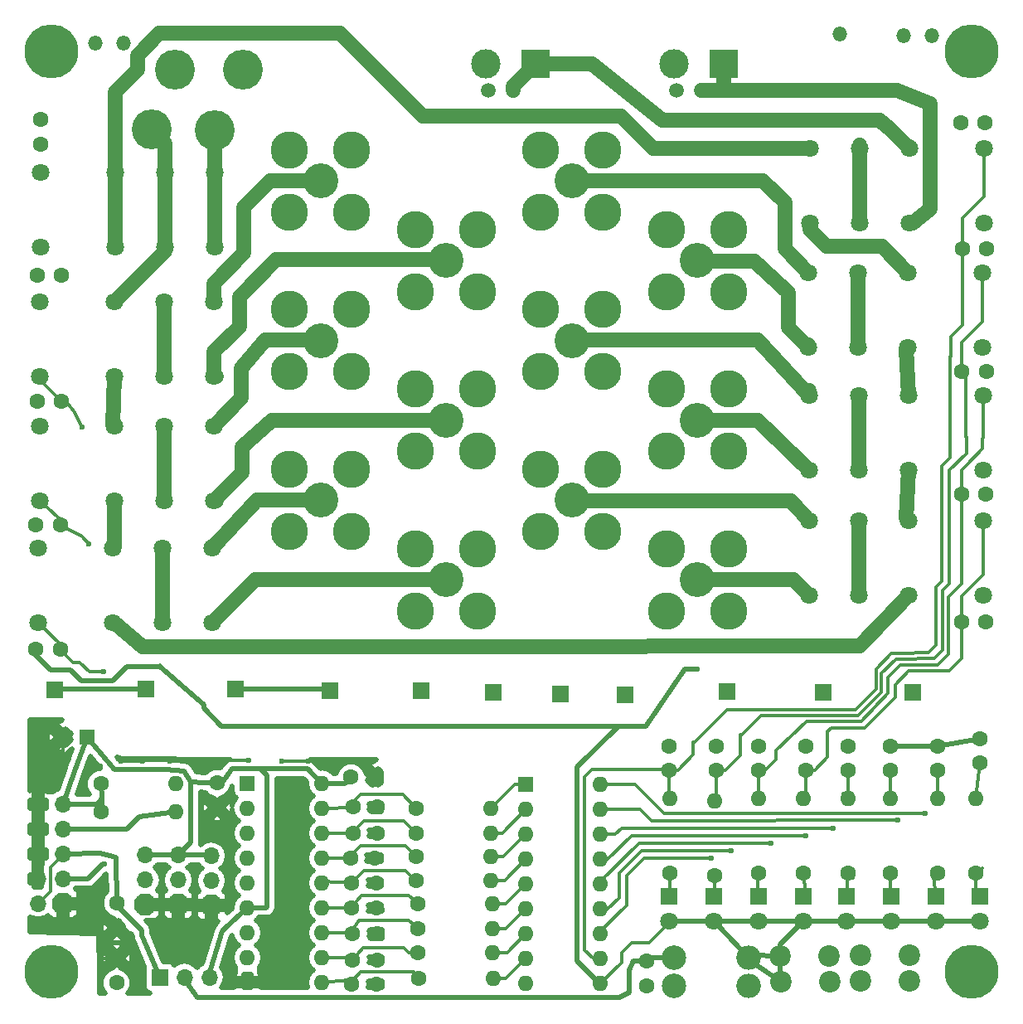
<source format=gbr>
G04 #@! TF.FileFunction,Copper,L2,Bot,Signal*
%FSLAX46Y46*%
G04 Gerber Fmt 4.6, Leading zero omitted, Abs format (unit mm)*
G04 Created by KiCad (PCBNEW 4.0.7) date 12/03/19 22:02:47*
%MOMM*%
%LPD*%
G01*
G04 APERTURE LIST*
%ADD10C,0.100000*%
%ADD11C,1.800000*%
%ADD12R,1.600000X1.600000*%
%ADD13O,1.600000X1.600000*%
%ADD14C,2.500000*%
%ADD15O,2.500000X2.500000*%
%ADD16R,1.800000X1.800000*%
%ADD17C,1.600000*%
%ADD18R,1.700000X1.700000*%
%ADD19O,1.700000X1.700000*%
%ADD20C,5.500000*%
%ADD21C,2.200000*%
%ADD22O,1.500000X1.500000*%
%ADD23C,3.810000*%
%ADD24C,3.556000*%
%ADD25C,4.064000*%
%ADD26C,1.500000*%
%ADD27R,3.000000X3.000000*%
%ADD28C,3.000000*%
%ADD29C,0.600000*%
%ADD30C,1.500000*%
%ADD31C,0.350000*%
%ADD32C,0.500000*%
%ADD33C,1.000000*%
G04 APERTURE END LIST*
D10*
D11*
X140556000Y-108575000D03*
X130396000Y-108575000D03*
X135476000Y-108575000D03*
X135476000Y-100975000D03*
X140556000Y-100975000D03*
X130396000Y-100975000D03*
X148176000Y-108575000D03*
X148176000Y-100975000D03*
X59316600Y-103743600D03*
X69476600Y-103743600D03*
X64396600Y-103743600D03*
X64396600Y-111343600D03*
X59316600Y-111343600D03*
X69476600Y-111343600D03*
X51696600Y-103743600D03*
X51696600Y-111343600D03*
X59519800Y-65402300D03*
X69679800Y-65402300D03*
X64599800Y-65402300D03*
X64599800Y-73002300D03*
X59519800Y-73002300D03*
X69679800Y-73002300D03*
X51899800Y-65402300D03*
X51899800Y-73002300D03*
D12*
X73025000Y-127762000D03*
D13*
X80645000Y-148082000D03*
X73025000Y-130302000D03*
X80645000Y-145542000D03*
X73025000Y-132842000D03*
X80645000Y-143002000D03*
X73025000Y-135382000D03*
X80645000Y-140462000D03*
X73025000Y-137922000D03*
X80645000Y-137922000D03*
X73025000Y-140462000D03*
X80645000Y-135382000D03*
X73025000Y-143002000D03*
X80645000Y-132842000D03*
X73025000Y-145542000D03*
X80645000Y-130302000D03*
X73025000Y-148082000D03*
X80645000Y-127762000D03*
D14*
X116586000Y-145542000D03*
D15*
X124206000Y-145542000D03*
D16*
X138811000Y-139319000D03*
D11*
X138811000Y-141859000D03*
D16*
X125222000Y-139319000D03*
D11*
X125222000Y-141859000D03*
D17*
X143510000Y-136906000D03*
D13*
X143510000Y-129286000D03*
D16*
X120650000Y-139319000D03*
D11*
X120650000Y-141859000D03*
D12*
X101473000Y-127889000D03*
D13*
X109093000Y-148209000D03*
X101473000Y-130429000D03*
X109093000Y-145669000D03*
X101473000Y-132969000D03*
X109093000Y-143129000D03*
X101473000Y-135509000D03*
X109093000Y-140589000D03*
X101473000Y-138049000D03*
X109093000Y-138049000D03*
X101473000Y-140589000D03*
X109093000Y-135509000D03*
X101473000Y-143129000D03*
X109093000Y-132969000D03*
X101473000Y-145669000D03*
X109093000Y-130429000D03*
X101473000Y-148209000D03*
X109093000Y-127889000D03*
D17*
X116078000Y-123952000D03*
X116078000Y-126452000D03*
X120904000Y-123952000D03*
X120904000Y-126452000D03*
X125222000Y-123952000D03*
X125222000Y-126452000D03*
X130048000Y-123952000D03*
X130048000Y-126452000D03*
X134366000Y-123952000D03*
X134366000Y-126452000D03*
X138684000Y-123952000D03*
X138684000Y-126452000D03*
X143510000Y-123952000D03*
X143510000Y-126452000D03*
X147828000Y-123190000D03*
X147828000Y-125690000D03*
X69926200Y-130225800D03*
X69926200Y-127725800D03*
D18*
X69342000Y-140258800D03*
D19*
X69342000Y-137718800D03*
X69342000Y-135178800D03*
D18*
X65963800Y-140182600D03*
D19*
X65963800Y-137642600D03*
X65963800Y-135102600D03*
D18*
X62611000Y-140182600D03*
D19*
X62611000Y-137642600D03*
X62611000Y-135102600D03*
D20*
X53000000Y-147000000D03*
X147002500Y-147002500D03*
D16*
X129794000Y-139319000D03*
D11*
X129794000Y-141859000D03*
D16*
X134239000Y-139319000D03*
D11*
X134239000Y-141859000D03*
D16*
X143383000Y-139319000D03*
D11*
X143383000Y-141859000D03*
D16*
X147828000Y-139319000D03*
D11*
X147828000Y-141859000D03*
D17*
X116141500Y-136969500D03*
D13*
X116141500Y-129349500D03*
D17*
X120777000Y-137160000D03*
D13*
X120777000Y-129540000D03*
D17*
X125222000Y-136906000D03*
D13*
X125222000Y-129286000D03*
D17*
X129794000Y-136906000D03*
D13*
X129794000Y-129286000D03*
D17*
X134366000Y-136906000D03*
D13*
X134366000Y-129286000D03*
D17*
X138684000Y-136906000D03*
D13*
X138684000Y-129286000D03*
D17*
X147447000Y-136906000D03*
D13*
X147447000Y-129286000D03*
D17*
X86106000Y-127152400D03*
X83606000Y-127152400D03*
D18*
X140970000Y-118491000D03*
X111569500Y-118745000D03*
X90805000Y-118300500D03*
X98107500Y-118491000D03*
X53340000Y-118237000D03*
X81470500Y-118300500D03*
X105029000Y-118681500D03*
X62674500Y-118173500D03*
X71818500Y-118173500D03*
X121983500Y-118364000D03*
X131826000Y-118491000D03*
D17*
X90297000Y-130302000D03*
D13*
X97917000Y-130302000D03*
D17*
X90297000Y-132842000D03*
D13*
X97917000Y-132842000D03*
D17*
X90297000Y-135255000D03*
D13*
X97917000Y-135255000D03*
D17*
X90297000Y-137668000D03*
D13*
X97917000Y-137668000D03*
D17*
X90424000Y-140081000D03*
D13*
X98044000Y-140081000D03*
D17*
X90424000Y-142621000D03*
D13*
X98044000Y-142621000D03*
D17*
X90424000Y-145034000D03*
D13*
X98044000Y-145034000D03*
D17*
X90551000Y-147701000D03*
D13*
X98171000Y-147701000D03*
D16*
X116078000Y-139319000D03*
D11*
X116078000Y-141859000D03*
D17*
X83820000Y-130175000D03*
X86320000Y-130175000D03*
X83820000Y-132842000D03*
X86320000Y-132842000D03*
X83566000Y-135382000D03*
X86066000Y-135382000D03*
X83693000Y-137922000D03*
X86193000Y-137922000D03*
X83693000Y-140525500D03*
X86193000Y-140525500D03*
X83756500Y-143129000D03*
X86256500Y-143129000D03*
X83756500Y-145796000D03*
X86256500Y-145796000D03*
X83693000Y-148272500D03*
X86193000Y-148272500D03*
D14*
X116586000Y-148463000D03*
D15*
X124206000Y-148463000D03*
D17*
X59664600Y-148132800D03*
X59664600Y-145632800D03*
X59690000Y-142494000D03*
X59690000Y-139994000D03*
D18*
X54203600Y-140035280D03*
D19*
X51663600Y-140035280D03*
X54203600Y-137495280D03*
X51663600Y-137495280D03*
X54203600Y-134955280D03*
X51663600Y-134955280D03*
X54203600Y-132415280D03*
X51663600Y-132415280D03*
X54203600Y-129875280D03*
X51663600Y-129875280D03*
D17*
X51536600Y-88760300D03*
X54036600Y-88760300D03*
X51435000Y-101358700D03*
X53935000Y-101358700D03*
X51435000Y-114084100D03*
X53935000Y-114084100D03*
X51536600Y-75907900D03*
X54036600Y-75907900D03*
X148463000Y-111252000D03*
X145963000Y-111252000D03*
X148437600Y-98221800D03*
X145937600Y-98221800D03*
X148503640Y-85719920D03*
X146003640Y-85719920D03*
X148551900Y-73202800D03*
X146051900Y-73202800D03*
D12*
X56657240Y-123027440D03*
D17*
X54157240Y-123027440D03*
D21*
X127508000Y-148005800D03*
X132508000Y-148005800D03*
X140665200Y-147980400D03*
X135665200Y-147980400D03*
D18*
X64068960Y-147579080D03*
D19*
X66608960Y-147579080D03*
X69148960Y-147579080D03*
D17*
X113792000Y-148437600D03*
X113792000Y-145937600D03*
D21*
X127467360Y-145409920D03*
X132467360Y-145409920D03*
X140655040Y-145348960D03*
X135655040Y-145348960D03*
D20*
X147000000Y-53000000D03*
D22*
X133543040Y-51244500D03*
X142951200Y-51460400D03*
X140068300Y-51396900D03*
X57492900Y-52197000D03*
X60363100Y-52222400D03*
D20*
X53000000Y-53000000D03*
D23*
X122175000Y-71225000D03*
D24*
X119000000Y-74400000D03*
D23*
X122175000Y-77575000D03*
X115825000Y-71225000D03*
X115825000Y-77575000D03*
X109341660Y-63075000D03*
D24*
X106166660Y-66250000D03*
D23*
X109341660Y-69425000D03*
X102991660Y-63075000D03*
X102991660Y-69425000D03*
X122175000Y-87525000D03*
D24*
X119000000Y-90700000D03*
D23*
X122175000Y-93875000D03*
X115825000Y-87525000D03*
X115825000Y-93875000D03*
X102991660Y-79375000D03*
D24*
X106166660Y-82550000D03*
D23*
X109341660Y-79375000D03*
X102991660Y-85725000D03*
X109341660Y-85725000D03*
X115825000Y-110175000D03*
D24*
X119000000Y-107000000D03*
D23*
X115825000Y-103825000D03*
X122175000Y-110175000D03*
X122175000Y-103825000D03*
X102991600Y-102025000D03*
D24*
X106166600Y-98850000D03*
D23*
X102991600Y-95675000D03*
X109341600Y-102025000D03*
X109341600Y-95675000D03*
X77325000Y-102015000D03*
D24*
X80500000Y-98840000D03*
D23*
X77325000Y-95665000D03*
X83675000Y-102015000D03*
X83675000Y-95665000D03*
X96508300Y-110175000D03*
D24*
X93333300Y-107000000D03*
D23*
X90158300Y-110175000D03*
X96508300Y-103825000D03*
X90158300Y-103825000D03*
X77325000Y-79375000D03*
D24*
X80500000Y-82550000D03*
D23*
X83675000Y-79375000D03*
X77325000Y-85725000D03*
X83675000Y-85725000D03*
X90158300Y-87525000D03*
D24*
X93333300Y-90700000D03*
D23*
X96508300Y-87525000D03*
X90158300Y-93875000D03*
X96508300Y-93875000D03*
X77325000Y-69425000D03*
D24*
X80500000Y-66250000D03*
D23*
X77325000Y-63075000D03*
X83675000Y-69425000D03*
X83675000Y-63075000D03*
X96508300Y-71225000D03*
D24*
X93333300Y-74400000D03*
D23*
X96508300Y-77575000D03*
X90158300Y-71225000D03*
X90158300Y-77575000D03*
D11*
X140657600Y-70576600D03*
X130497600Y-70576600D03*
X135577600Y-70576600D03*
X135577600Y-62976600D03*
X140657600Y-62976600D03*
X130497600Y-62976600D03*
X148277600Y-70576600D03*
X148277600Y-62976600D03*
X140495040Y-83235960D03*
X130335040Y-83235960D03*
X135415040Y-83235960D03*
X135415040Y-75635960D03*
X140495040Y-75635960D03*
X130335040Y-75635960D03*
X148115040Y-83235960D03*
X148115040Y-75635960D03*
X140550920Y-95778480D03*
X130390920Y-95778480D03*
X135470920Y-95778480D03*
X135470920Y-88178480D03*
X140550920Y-88178480D03*
X130390920Y-88178480D03*
X148170920Y-95778480D03*
X148170920Y-88178480D03*
X59405500Y-91323000D03*
X69565500Y-91323000D03*
X64485500Y-91323000D03*
X64485500Y-98923000D03*
X59405500Y-98923000D03*
X69565500Y-98923000D03*
X51785500Y-91323000D03*
X51785500Y-98923000D03*
X59469000Y-78610300D03*
X69629000Y-78610300D03*
X64549000Y-78610300D03*
X64549000Y-86210300D03*
X59469000Y-86210300D03*
X69629000Y-86210300D03*
X51849000Y-78610300D03*
X51849000Y-86210300D03*
D25*
X63258700Y-61023500D03*
X69684900Y-61074300D03*
X72529700Y-54876700D03*
D17*
X58059320Y-127825500D03*
D13*
X65679320Y-127825500D03*
D17*
X58087260Y-130647440D03*
D13*
X65707260Y-130647440D03*
D25*
X65608200Y-54927500D03*
D26*
X119395240Y-57010340D03*
X116855240Y-57010340D03*
D27*
X121681240Y-54282340D03*
D28*
X116601240Y-54282340D03*
D26*
X100192840Y-57010340D03*
X97652840Y-57010340D03*
D27*
X102478840Y-54282340D03*
D28*
X97398840Y-54282340D03*
D17*
X148350000Y-60300000D03*
X145850000Y-60300000D03*
X51900000Y-60000000D03*
X51900000Y-62500000D03*
D29*
X58039000Y-145351500D03*
X57404000Y-142938500D03*
X55562500Y-142240000D03*
X51689000Y-125984000D03*
X51689000Y-123698000D03*
X76136500Y-147510500D03*
X76136500Y-143954500D03*
X76263500Y-141351000D03*
X76200000Y-138112500D03*
X76327000Y-135445500D03*
X76454000Y-132715000D03*
X76644500Y-130365500D03*
X76771500Y-128206500D03*
X79248000Y-125476000D03*
X76581000Y-125476000D03*
X73152000Y-125412500D03*
X70675500Y-125476000D03*
X67818000Y-125539500D03*
X65151000Y-125539500D03*
X62357000Y-125476000D03*
X60134500Y-125539500D03*
X57975500Y-126047500D03*
X56959500Y-125730000D03*
X54800500Y-125222000D03*
X120396000Y-135382000D03*
X122428000Y-134620000D03*
X126492000Y-133858000D03*
X58331100Y-116395500D03*
X130048000Y-133096000D03*
X56819800Y-103365300D03*
X132842000Y-132334000D03*
X56159400Y-91401900D03*
X139460000Y-131550000D03*
X142240000Y-130810000D03*
X118973600Y-116116100D03*
X58394600Y-136004300D03*
D30*
X119111760Y-74447040D02*
X124772060Y-74447040D01*
X128295400Y-81196320D02*
X130335040Y-83235960D01*
X128295400Y-77635100D02*
X128295400Y-81196320D01*
X124772060Y-74447040D02*
X128295400Y-77635100D01*
X130335040Y-83022460D02*
X130335040Y-83235960D01*
X106166660Y-66250000D02*
X125686000Y-66250000D01*
X127914400Y-73215320D02*
X130335040Y-75635960D01*
X127914400Y-68478400D02*
X127914400Y-73215320D01*
X125686000Y-66250000D02*
X127914400Y-68478400D01*
X119000000Y-90667640D02*
X125112440Y-90667640D01*
X125112440Y-90667640D02*
X130390920Y-95778480D01*
X106390180Y-82470600D02*
X125185960Y-82470600D01*
X125185960Y-82470600D02*
X130390920Y-88178480D01*
X130390920Y-87627480D02*
X130390920Y-88178480D01*
X119000000Y-107000000D02*
X128821000Y-107000000D01*
X128821000Y-107000000D02*
X130396000Y-108575000D01*
X106054840Y-98914720D02*
X128559240Y-98914720D01*
X128559240Y-98914720D02*
X130396000Y-100975000D01*
X80555880Y-98858840D02*
X74026080Y-98858840D01*
X74026080Y-98858840D02*
X69476600Y-103743600D01*
X69476600Y-103743600D02*
X69547900Y-103743600D01*
X69476600Y-103743600D02*
X69476600Y-103599000D01*
X93333300Y-107000000D02*
X73820200Y-107000000D01*
X73820200Y-107000000D02*
X69476600Y-111343600D01*
D31*
X58320300Y-145632800D02*
X59664600Y-145632800D01*
X58039000Y-145351500D02*
X58320300Y-145632800D01*
X56261000Y-142938500D02*
X57404000Y-142938500D01*
X55562500Y-142240000D02*
X56261000Y-142938500D01*
X51689000Y-123698000D02*
X51689000Y-125984000D01*
X76517500Y-147129500D02*
X76136500Y-147510500D01*
X76517500Y-144335500D02*
X76517500Y-147129500D01*
X76136500Y-143954500D02*
X76517500Y-144335500D01*
X76263500Y-138176000D02*
X76263500Y-141351000D01*
X76200000Y-138112500D02*
X76263500Y-138176000D01*
X76327000Y-132842000D02*
X76327000Y-135445500D01*
X76454000Y-132715000D02*
X76327000Y-132842000D01*
X76644500Y-128333500D02*
X76644500Y-130365500D01*
X76771500Y-128206500D02*
X76644500Y-128333500D01*
X54157240Y-123027440D02*
X54157240Y-124578740D01*
X76581000Y-125476000D02*
X79248000Y-125476000D01*
X70739000Y-125412500D02*
X73152000Y-125412500D01*
X70675500Y-125476000D02*
X70739000Y-125412500D01*
X65151000Y-125539500D02*
X67818000Y-125539500D01*
X60198000Y-125476000D02*
X62357000Y-125476000D01*
X60134500Y-125539500D02*
X60198000Y-125476000D01*
X57277000Y-126047500D02*
X57975500Y-126047500D01*
X56959500Y-125730000D02*
X57277000Y-126047500D01*
X54157240Y-124578740D02*
X54800500Y-125222000D01*
X118566264Y-123520432D02*
X118732068Y-123520432D01*
X137236200Y-116078000D02*
X138772900Y-114541300D01*
X137236200Y-118160800D02*
X137236200Y-116078000D01*
X135131902Y-120265098D02*
X137236200Y-118160800D01*
X121987402Y-120265098D02*
X135131902Y-120265098D01*
X118732068Y-123520432D02*
X121987402Y-120265098D01*
X143910050Y-95396050D02*
X143910050Y-107168950D01*
X139614393Y-114503200D02*
X139614393Y-114503199D01*
X142621000Y-114427000D02*
X139614393Y-114503200D01*
X143383000Y-113665000D02*
X142621000Y-114427000D01*
X143383000Y-107696000D02*
X143383000Y-113665000D01*
X143910050Y-107168950D02*
X143383000Y-107696000D01*
X144818100Y-94488000D02*
X144818100Y-92964000D01*
X143910050Y-95396050D02*
X144818100Y-94488000D01*
X144818100Y-84201000D02*
X144856200Y-84201000D01*
X144856200Y-84201000D02*
X144856200Y-82143600D01*
X144856200Y-82143600D02*
X146051900Y-80947900D01*
X146051900Y-80947900D02*
X146051900Y-73202800D01*
X144818100Y-92964000D02*
X144818100Y-84201000D01*
X146051900Y-73202800D02*
X146051900Y-70051300D01*
X146051900Y-70051300D02*
X148277600Y-67825600D01*
X148277600Y-67825600D02*
X148277600Y-62976600D01*
X148277600Y-62976600D02*
X148623500Y-62976600D01*
X138772900Y-114541300D02*
X139585700Y-114541300D01*
X139585700Y-114541300D02*
X139614393Y-114503199D01*
X116078000Y-126452000D02*
X116981600Y-126452000D01*
X118567200Y-124866400D02*
X118566264Y-123520432D01*
X116981600Y-126452000D02*
X118567200Y-124866400D01*
X109093000Y-145669000D02*
X108369100Y-145669000D01*
X108369100Y-145669000D02*
X107480100Y-144780000D01*
X108242100Y-126377700D02*
X116003700Y-126377700D01*
X107480100Y-127139700D02*
X108242100Y-126377700D01*
X107480100Y-144780000D02*
X107480100Y-127139700D01*
X116003700Y-126377700D02*
X116078000Y-126452000D01*
X116078000Y-126452000D02*
X116078000Y-129286000D01*
X116078000Y-129286000D02*
X116141500Y-129349500D01*
X123393200Y-122796300D02*
X123545600Y-122796300D01*
X137795000Y-116560600D02*
X139255140Y-115100460D01*
X137795000Y-118465600D02*
X137795000Y-116560600D01*
X135394700Y-120815100D02*
X137795000Y-118465600D01*
X125476000Y-120815100D02*
X135394700Y-120815100D01*
X123545600Y-122796300D02*
X125476000Y-120815100D01*
X144701260Y-95806260D02*
X144701260Y-107393740D01*
X143167100Y-115023900D02*
X139649200Y-115100100D01*
X144018000Y-114173000D02*
X143167100Y-115023900D01*
X144018000Y-108077000D02*
X144018000Y-114173000D01*
X144701260Y-107393740D02*
X144018000Y-108077000D01*
X146446240Y-92395040D02*
X146418300Y-92395040D01*
X146446240Y-94061280D02*
X146446240Y-92395040D01*
X144701260Y-95806260D02*
X146446240Y-94061280D01*
X146418300Y-92395040D02*
X146418300Y-86134580D01*
X146418300Y-86134580D02*
X146003640Y-85719920D01*
X146003640Y-85719920D02*
X146003640Y-82743680D01*
X148115040Y-80632280D02*
X148115040Y-75635960D01*
X146003640Y-82743680D02*
X148115040Y-80632280D01*
X121833000Y-126452000D02*
X123393200Y-124891800D01*
X123393200Y-124891800D02*
X123393200Y-122796300D01*
X120904000Y-126452000D02*
X121833000Y-126452000D01*
X139255140Y-115100460D02*
X139649200Y-115100100D01*
X109093000Y-143129000D02*
X109093000Y-142875000D01*
X109093000Y-142875000D02*
X111760000Y-140208000D01*
X111760000Y-140208000D02*
X111760000Y-137160000D01*
X111760000Y-137160000D02*
X113538000Y-135382000D01*
X113538000Y-135382000D02*
X120396000Y-135382000D01*
X120904000Y-126452000D02*
X120904000Y-129413000D01*
X120904000Y-129413000D02*
X120777000Y-129540000D01*
X127019026Y-124446634D02*
X127019026Y-124415574D01*
X138468100Y-116979700D02*
X139738100Y-115709700D01*
X138468100Y-118605300D02*
X138468100Y-116979700D01*
X135750300Y-121462800D02*
X138468100Y-118605300D01*
X130111500Y-121462800D02*
X135750300Y-121462800D01*
X127019026Y-124415574D02*
X130111500Y-121462800D01*
X140335000Y-115709700D02*
X143497300Y-115709700D01*
X145937600Y-107427400D02*
X145937600Y-98221800D01*
X144653000Y-108712000D02*
X145937600Y-107427400D01*
X144653000Y-114554000D02*
X144653000Y-108712000D01*
X143497300Y-115709700D02*
X144653000Y-114554000D01*
X146456400Y-95250000D02*
X148112480Y-93593920D01*
X148170920Y-92506780D02*
X148170920Y-88178480D01*
X145937600Y-95768800D02*
X146456400Y-95250000D01*
X145937600Y-98221800D02*
X145937600Y-95768800D01*
X148112480Y-93593920D02*
X148112480Y-92565220D01*
X148112480Y-92565220D02*
X148170920Y-92506780D01*
X148170920Y-88178480D02*
X148948620Y-88178480D01*
X139738100Y-115709700D02*
X140335000Y-115709700D01*
X127025400Y-125298200D02*
X127019026Y-124446634D01*
X125871600Y-126452000D02*
X127025400Y-125298200D01*
X125222000Y-126452000D02*
X125871600Y-126452000D01*
X109093000Y-140589000D02*
X109855000Y-140589000D01*
X109855000Y-140589000D02*
X110998000Y-139446000D01*
X113284000Y-134620000D02*
X122428000Y-134620000D01*
X110998000Y-136906000D02*
X113284000Y-134620000D01*
X110998000Y-139446000D02*
X110998000Y-136906000D01*
X125222000Y-126452000D02*
X125222000Y-129286000D01*
X109093000Y-140589000D02*
X109093000Y-140081000D01*
X132651500Y-122085100D02*
X136105900Y-122085100D01*
X139192000Y-117688452D02*
X140592902Y-116287550D01*
X139192000Y-118999000D02*
X139192000Y-117688452D01*
X136105900Y-122085100D02*
X139192000Y-118999000D01*
X140592902Y-116287550D02*
X140592902Y-116259702D01*
X140592902Y-116259702D02*
X140592902Y-116287550D01*
X140592902Y-116287550D02*
X144697450Y-116287550D01*
X145963000Y-115022000D02*
X145963000Y-111252000D01*
X144697450Y-116287550D02*
X145963000Y-115022000D01*
X145963000Y-111252000D02*
X145963000Y-108672000D01*
X148176000Y-104681000D02*
X148176000Y-100975000D01*
X145963000Y-108672000D02*
X148176000Y-106459000D01*
X148176000Y-106459000D02*
X148176000Y-104681000D01*
X148176000Y-100975000D02*
X148356800Y-100975000D01*
X130048000Y-126452000D02*
X130951600Y-126452000D01*
X132283200Y-122453400D02*
X132651500Y-122085100D01*
X132283200Y-125120400D02*
X132283200Y-122453400D01*
X130951600Y-126452000D02*
X132283200Y-125120400D01*
X130048000Y-126452000D02*
X130786500Y-126452000D01*
X109093000Y-138049000D02*
X109093000Y-137795000D01*
X109093000Y-137795000D02*
X113030000Y-133858000D01*
X113030000Y-133858000D02*
X126492000Y-133858000D01*
X130048000Y-126452000D02*
X130048000Y-129032000D01*
X130048000Y-129032000D02*
X129794000Y-129286000D01*
X53935000Y-114084100D02*
X53935000Y-113582000D01*
X53935000Y-113582000D02*
X51696600Y-111343600D01*
X53935000Y-114084100D02*
X53935000Y-114183800D01*
X53935000Y-114183800D02*
X55181500Y-115430300D01*
X55181500Y-115430300D02*
X55930800Y-115430300D01*
X55930800Y-115430300D02*
X56896000Y-116395500D01*
X56896000Y-116395500D02*
X58331100Y-116395500D01*
X109093000Y-135509000D02*
X109855000Y-135509000D01*
X109855000Y-135509000D02*
X112268000Y-133096000D01*
X112268000Y-133096000D02*
X130048000Y-133096000D01*
X134366000Y-126452000D02*
X134366000Y-129286000D01*
X133858000Y-128778000D02*
X134366000Y-129286000D01*
X56819800Y-103365300D02*
X56184800Y-102590600D01*
X56184800Y-102590600D02*
X54229000Y-101523800D01*
X51785500Y-98923000D02*
X54465200Y-101287600D01*
X54465200Y-101287600D02*
X54229000Y-101523800D01*
X109093000Y-132969000D02*
X110617000Y-132969000D01*
X111252000Y-132334000D02*
X132842000Y-132334000D01*
X110617000Y-132969000D02*
X111252000Y-132334000D01*
X138684000Y-129286000D02*
X138684000Y-126452000D01*
X51849000Y-86210300D02*
X51849000Y-86572700D01*
X51849000Y-86572700D02*
X54036600Y-88760300D01*
X56159400Y-91401900D02*
X55321200Y-89776300D01*
X54711600Y-88988900D02*
X54036600Y-88760300D01*
X55321200Y-89776300D02*
X54711600Y-88988900D01*
X109093000Y-130429000D02*
X113157000Y-130429000D01*
X114300000Y-131572000D02*
X139460000Y-131550000D01*
X113157000Y-130429000D02*
X114300000Y-131572000D01*
X143510000Y-126452000D02*
X143510000Y-129286000D01*
X109093000Y-127889000D02*
X112649000Y-127889000D01*
X112649000Y-127889000D02*
X115570000Y-130810000D01*
X115570000Y-130810000D02*
X142240000Y-130810000D01*
X147828000Y-125690000D02*
X147447000Y-129286000D01*
D32*
X54203600Y-129875280D02*
X57665620Y-129875280D01*
X57665620Y-129875280D02*
X58216800Y-129324100D01*
X58059320Y-127825500D02*
X58216800Y-129324100D01*
X58216800Y-129324100D02*
X58112660Y-130622040D01*
X58112660Y-130622040D02*
X58087260Y-130647440D01*
D31*
X54203600Y-129875280D02*
X54020720Y-129875280D01*
D32*
X73025000Y-140462000D02*
X74955400Y-140462000D01*
X75046840Y-126959360D02*
X74350880Y-126263400D01*
X75046840Y-140370560D02*
X75046840Y-126959360D01*
X74955400Y-140462000D02*
X75046840Y-140370560D01*
X69148960Y-147579080D02*
X69047360Y-147579080D01*
X69047360Y-147579080D02*
X70469760Y-142890240D01*
X70469760Y-142890240D02*
X70774560Y-142565120D01*
X70774560Y-142565120D02*
X73025000Y-140462000D01*
X65963800Y-135102600D02*
X62611000Y-135102600D01*
X65963800Y-135102600D02*
X69265800Y-135102600D01*
X69265800Y-135102600D02*
X69342000Y-135178800D01*
X67259200Y-130378200D02*
X67259200Y-133807200D01*
X67259200Y-133807200D02*
X65963800Y-135102600D01*
X67259200Y-127609600D02*
X66548000Y-126492000D01*
X59410600Y-126352300D02*
X56657240Y-123027440D01*
X64719200Y-126352300D02*
X59410600Y-126352300D01*
X66548000Y-126492000D02*
X64719200Y-126352300D01*
X69926200Y-127725800D02*
X70445000Y-127725800D01*
X70445000Y-127725800D02*
X71501000Y-126263400D01*
X71501000Y-126263400D02*
X74350880Y-126263400D01*
X79146400Y-126263400D02*
X80645000Y-127762000D01*
X74350880Y-126263400D02*
X79146400Y-126263400D01*
X67259200Y-127609600D02*
X67208400Y-130327400D01*
X67208400Y-130327400D02*
X67259200Y-130378200D01*
X67259200Y-127609600D02*
X69864600Y-127787400D01*
X69864600Y-127787400D02*
X69926200Y-127725800D01*
X80645000Y-127762000D02*
X82996400Y-127762000D01*
X82996400Y-127762000D02*
X83606000Y-127152400D01*
X54203600Y-129875280D02*
X55372000Y-126492000D01*
X55372000Y-126492000D02*
X56769000Y-122875040D01*
D33*
X56769000Y-122875040D02*
X56769000Y-123129040D01*
D31*
X72390000Y-135382000D02*
X73025000Y-135382000D01*
X72898000Y-132842000D02*
X73025000Y-132842000D01*
X116141500Y-136969500D02*
X116141500Y-139255500D01*
X116141500Y-139255500D02*
X116078000Y-139319000D01*
X120777000Y-137160000D02*
X120777000Y-139192000D01*
X120777000Y-139192000D02*
X120650000Y-139319000D01*
X125222000Y-136906000D02*
X125095000Y-139192000D01*
X125095000Y-139192000D02*
X125222000Y-139319000D01*
X129794000Y-136906000D02*
X130048000Y-139065000D01*
X130048000Y-139065000D02*
X129794000Y-139319000D01*
X130144520Y-137256520D02*
X129794000Y-136906000D01*
X134239000Y-139319000D02*
X134366000Y-136906000D01*
X134879080Y-137419080D02*
X134366000Y-136906000D01*
X138684000Y-136906000D02*
X138684000Y-139192000D01*
X138684000Y-139192000D02*
X138811000Y-139319000D01*
X143383000Y-139319000D02*
X143129000Y-137287000D01*
X143129000Y-137287000D02*
X143510000Y-136906000D01*
X147447000Y-136906000D02*
X147447000Y-138938000D01*
X147447000Y-138938000D02*
X147828000Y-139319000D01*
X148463000Y-138684000D02*
X147828000Y-139319000D01*
X147929600Y-136601200D02*
X148082000Y-136448800D01*
D32*
X104838500Y-118491000D02*
X105029000Y-118681500D01*
X97917000Y-118300500D02*
X98107500Y-118491000D01*
X53403500Y-118173500D02*
X53340000Y-118237000D01*
X62674500Y-118173500D02*
X53403500Y-118173500D01*
X71818500Y-118173500D02*
X81343500Y-118173500D01*
X81343500Y-118173500D02*
X81470500Y-118300500D01*
X62611000Y-118237000D02*
X62674500Y-118173500D01*
X143510000Y-123952000D02*
X147828000Y-123190000D01*
X143510000Y-123952000D02*
X138684000Y-123952000D01*
X118967262Y-116109762D02*
X117668884Y-116109762D01*
X118973600Y-116116100D02*
X118967262Y-116109762D01*
X51435000Y-114084100D02*
X51435000Y-114681000D01*
X51435000Y-114681000D02*
X52933600Y-116179600D01*
X59283600Y-117297200D02*
X60731400Y-115849400D01*
X56083200Y-117297200D02*
X59283600Y-117297200D01*
X54965600Y-116179600D02*
X56083200Y-117297200D01*
X52933600Y-116179600D02*
X54965600Y-116179600D01*
X52029500Y-104076500D02*
X51696600Y-103743600D01*
X64135000Y-115849400D02*
X60731400Y-115849400D01*
X64084200Y-115798600D02*
X64135000Y-115849400D01*
X64135000Y-115849400D02*
X68580000Y-119786400D01*
X68580000Y-120116600D02*
X70383400Y-121920000D01*
X68580000Y-119786400D02*
X68580000Y-120116600D01*
X111404400Y-121920000D02*
X70383400Y-121920000D01*
X109093000Y-148209000D02*
X108991400Y-148209000D01*
X108991400Y-148209000D02*
X106680000Y-145897600D01*
X113715800Y-121920000D02*
X117668884Y-116109762D01*
X111404400Y-121920000D02*
X113715800Y-121920000D01*
X110896400Y-121920000D02*
X111404400Y-121920000D01*
X106680000Y-126136400D02*
X110896400Y-121920000D01*
X106680000Y-145897600D02*
X106680000Y-126136400D01*
X127467360Y-145409920D02*
X127467360Y-144185640D01*
X127467360Y-144185640D02*
X129794000Y-141859000D01*
X127467360Y-145409920D02*
X127467360Y-147965160D01*
X127467360Y-147965160D02*
X127508000Y-148005800D01*
X127467360Y-145409920D02*
X124439680Y-145308320D01*
X124439680Y-145308320D02*
X124206000Y-145542000D01*
D31*
X116078000Y-141859000D02*
X116078000Y-141986000D01*
X116078000Y-141986000D02*
X114046000Y-144018000D01*
X111252000Y-146050000D02*
X109093000Y-148209000D01*
X111252000Y-145034000D02*
X111252000Y-146050000D01*
X112268000Y-144018000D02*
X111252000Y-145034000D01*
X114046000Y-144018000D02*
X112268000Y-144018000D01*
D32*
X124206000Y-145542000D02*
X123291600Y-145135600D01*
X123291600Y-145135600D02*
X127508000Y-148005800D01*
X124206000Y-145542000D02*
X121259600Y-142468600D01*
X121259600Y-142468600D02*
X120650000Y-141859000D01*
X147828000Y-141859000D02*
X143383000Y-141859000D01*
X143383000Y-141859000D02*
X138811000Y-141859000D01*
X134239000Y-141859000D02*
X138811000Y-141859000D01*
X129794000Y-141859000D02*
X134239000Y-141859000D01*
X125222000Y-141859000D02*
X129794000Y-141859000D01*
X120650000Y-141859000D02*
X125222000Y-141859000D01*
X116078000Y-141859000D02*
X120650000Y-141859000D01*
X109093000Y-148209000D02*
X109093000Y-147891500D01*
D31*
X83820000Y-130175000D02*
X83820000Y-129667000D01*
X83820000Y-129667000D02*
X84582000Y-128905000D01*
X88900000Y-128905000D02*
X90297000Y-130302000D01*
X84582000Y-128905000D02*
X88900000Y-128905000D01*
X83820000Y-130175000D02*
X80772000Y-130429000D01*
X80772000Y-130429000D02*
X80645000Y-130302000D01*
X101473000Y-127889000D02*
X100330000Y-127889000D01*
X100330000Y-127889000D02*
X97917000Y-130302000D01*
X83820000Y-132842000D02*
X83820000Y-132715000D01*
X83820000Y-132715000D02*
X84963000Y-131572000D01*
X89027000Y-131572000D02*
X90297000Y-132842000D01*
X84963000Y-131572000D02*
X89027000Y-131572000D01*
X80645000Y-132842000D02*
X83820000Y-132842000D01*
X97917000Y-132842000D02*
X99060000Y-132842000D01*
X99060000Y-132842000D02*
X101473000Y-130429000D01*
X83566000Y-135382000D02*
X83566000Y-135128000D01*
X83566000Y-135128000D02*
X84582000Y-134112000D01*
X89154000Y-134112000D02*
X90297000Y-135255000D01*
X84582000Y-134112000D02*
X89154000Y-134112000D01*
X83566000Y-135382000D02*
X80645000Y-135382000D01*
X97917000Y-135255000D02*
X99187000Y-135255000D01*
X99187000Y-135255000D02*
X101473000Y-132969000D01*
X83693000Y-137922000D02*
X84963000Y-136652000D01*
X89154000Y-136652000D02*
X90170000Y-137668000D01*
X84963000Y-136652000D02*
X89154000Y-136652000D01*
X90170000Y-137668000D02*
X90297000Y-137668000D01*
X83693000Y-137922000D02*
X80772000Y-137795000D01*
X80772000Y-137795000D02*
X80645000Y-137922000D01*
X97917000Y-137668000D02*
X99314000Y-137668000D01*
X99314000Y-137668000D02*
X101473000Y-135509000D01*
X83693000Y-140525500D02*
X83693000Y-140398500D01*
X83693000Y-140398500D02*
X84709000Y-139192000D01*
X89535000Y-139192000D02*
X90424000Y-140081000D01*
X84709000Y-139192000D02*
X89535000Y-139192000D01*
X80645000Y-140462000D02*
X83693000Y-140525500D01*
X98044000Y-140081000D02*
X99441000Y-140081000D01*
X99441000Y-140081000D02*
X101473000Y-138049000D01*
X83756500Y-143129000D02*
X83756500Y-142748000D01*
X83756500Y-142748000D02*
X84455000Y-141732000D01*
X89535000Y-141732000D02*
X90424000Y-142621000D01*
X84455000Y-141732000D02*
X89535000Y-141732000D01*
X80645000Y-143002000D02*
X83629500Y-143002000D01*
X83629500Y-143002000D02*
X83756500Y-143129000D01*
X98044000Y-142621000D02*
X99441000Y-142621000D01*
X99441000Y-142621000D02*
X101473000Y-140589000D01*
X83756500Y-145796000D02*
X84836000Y-144526000D01*
X89535000Y-145034000D02*
X90424000Y-145034000D01*
X89027000Y-144526000D02*
X89535000Y-145034000D01*
X84836000Y-144526000D02*
X89027000Y-144526000D01*
X80645000Y-145542000D02*
X83502500Y-145542000D01*
X83502500Y-145542000D02*
X83756500Y-145796000D01*
X98044000Y-145034000D02*
X99568000Y-145034000D01*
X99568000Y-145034000D02*
X101473000Y-143129000D01*
X83693000Y-148272500D02*
X83693000Y-148018500D01*
X83693000Y-148018500D02*
X84582000Y-147002500D01*
X84582000Y-147002500D02*
X90043000Y-147002500D01*
X90043000Y-147002500D02*
X90551000Y-147701000D01*
X80645000Y-148082000D02*
X83312000Y-147891500D01*
X83312000Y-147891500D02*
X83693000Y-148272500D01*
X98171000Y-147701000D02*
X99441000Y-147701000D01*
X99441000Y-147701000D02*
X101473000Y-145669000D01*
X54203600Y-134955280D02*
X54203600Y-135089900D01*
X54203600Y-135089900D02*
X52933600Y-136359900D01*
X52933600Y-138765280D02*
X51663600Y-140035280D01*
X52933600Y-136359900D02*
X52933600Y-138765280D01*
X51663600Y-140035280D02*
X51874420Y-140035280D01*
X51663600Y-140035280D02*
X51663600Y-139560300D01*
D32*
X59690000Y-139994000D02*
X59690000Y-140208000D01*
X59690000Y-140208000D02*
X62230000Y-142748000D01*
X62230000Y-143256000D02*
X64068960Y-147579080D01*
X62230000Y-142748000D02*
X62230000Y-143256000D01*
X54203600Y-134955280D02*
X57988200Y-134899400D01*
X59601100Y-135369300D02*
X59690000Y-139994000D01*
X57988200Y-134899400D02*
X59601100Y-135369300D01*
X54203600Y-137495280D02*
X56776620Y-137495280D01*
X58267600Y-136004300D02*
X58394600Y-136004300D01*
X56776620Y-137495280D02*
X58267600Y-136004300D01*
X54203600Y-132415280D02*
X60751720Y-132415280D01*
X62026800Y-131140200D02*
X65707260Y-130647440D01*
X60751720Y-132415280D02*
X62026800Y-131140200D01*
D31*
X54203600Y-132415280D02*
X54897020Y-132415280D01*
D32*
X116586000Y-145542000D02*
X114187600Y-145542000D01*
X114187600Y-145542000D02*
X113792000Y-145937600D01*
X113792000Y-145937600D02*
X112405800Y-145937600D01*
X112405800Y-145937600D02*
X112039400Y-146837400D01*
X66608960Y-147579080D02*
X66608960Y-147833080D01*
X66608960Y-147833080D02*
X67909440Y-149595840D01*
X67909440Y-149595840D02*
X110998000Y-149606000D01*
X110998000Y-149606000D02*
X112039400Y-149098000D01*
X112039400Y-149098000D02*
X112039400Y-146837400D01*
X116128800Y-145542000D02*
X116586000Y-145542000D01*
D30*
X93445060Y-90667640D02*
X75499160Y-90667640D01*
X72466200Y-96022300D02*
X69565500Y-98923000D01*
X72466200Y-93421200D02*
X72466200Y-96022300D01*
X75499160Y-90667640D02*
X72466200Y-93421200D01*
X69565500Y-98923000D02*
X69834600Y-98923000D01*
X100192840Y-57010340D02*
X100192840Y-56568340D01*
X100192840Y-56568340D02*
X102478840Y-54282340D01*
X140657600Y-62976600D02*
X138694160Y-60995560D01*
X108204000Y-54282340D02*
X102478840Y-54282340D01*
X115443000Y-60073540D02*
X108204000Y-54282340D01*
X137551160Y-60071000D02*
X115443000Y-60073540D01*
X138694160Y-60995560D02*
X137551160Y-60071000D01*
X140657600Y-62976600D02*
X140657600Y-62768500D01*
X80309500Y-82521400D02*
X74831600Y-82521400D01*
X72428100Y-88460400D02*
X69565500Y-91323000D01*
X72428100Y-85344000D02*
X72428100Y-88460400D01*
X74831600Y-82521400D02*
X72428100Y-85344000D01*
X69565500Y-91323000D02*
X69565500Y-91280000D01*
X80500000Y-66250000D02*
X75355000Y-66250000D01*
X69629000Y-76713100D02*
X69629000Y-78610300D01*
X72694800Y-73647300D02*
X69629000Y-76713100D01*
X72694800Y-68910200D02*
X72694800Y-73647300D01*
X75355000Y-66250000D02*
X72694800Y-68910200D01*
X69629000Y-78610300D02*
X69629000Y-78453000D01*
X69629000Y-78610300D02*
X69629000Y-78084700D01*
X92998020Y-74279400D02*
X75918420Y-74279400D01*
X69629000Y-83698100D02*
X69629000Y-86210300D01*
X72199500Y-81127600D02*
X69629000Y-83698100D01*
X72199500Y-78054200D02*
X72199500Y-81127600D01*
X75918420Y-74279400D02*
X72199500Y-78054200D01*
X69629000Y-86210300D02*
X69872700Y-86210300D01*
X64599800Y-65402300D02*
X64599800Y-62466200D01*
X64599800Y-62466200D02*
X63258700Y-61023500D01*
X64599800Y-73002300D02*
X64599800Y-73441400D01*
X64599800Y-73441400D02*
X59469000Y-78610300D01*
X64599800Y-65402300D02*
X64599800Y-73002300D01*
X69679800Y-65402300D02*
X69679800Y-61079400D01*
X69679800Y-61079400D02*
X69684900Y-61074300D01*
X69679800Y-65402300D02*
X69679800Y-73002300D01*
X130497600Y-70576600D02*
X130497600Y-71264800D01*
X130497600Y-71264800D02*
X132184140Y-72951340D01*
X137810420Y-72951340D02*
X140495040Y-75635960D01*
X132184140Y-72951340D02*
X137810420Y-72951340D01*
X130497600Y-70576600D02*
X130497600Y-70655200D01*
X140550920Y-88178480D02*
X140329940Y-83401060D01*
X140329940Y-83401060D02*
X140495040Y-83235960D01*
X135415040Y-83235960D02*
X135415040Y-75635960D01*
X140550920Y-95778480D02*
X140276600Y-100695600D01*
X140276600Y-100695600D02*
X140556000Y-100975000D01*
X135470920Y-95778480D02*
X135470920Y-88178480D01*
X59316600Y-111343600D02*
X59451400Y-111343600D01*
X59451400Y-111343600D02*
X62306200Y-113827560D01*
X62306200Y-113827560D02*
X112674400Y-113792000D01*
X112674400Y-113792000D02*
X115011200Y-113766600D01*
X115011200Y-113766600D02*
X135554900Y-113766600D01*
X135554900Y-113766600D02*
X140556000Y-108575000D01*
X135476000Y-100975000D02*
X135476000Y-108575000D01*
X59405500Y-98923000D02*
X59430900Y-103629300D01*
X59430900Y-103629300D02*
X59316600Y-103743600D01*
X64396600Y-103743600D02*
X64396600Y-111195398D01*
X59469000Y-86210300D02*
X59291200Y-91208700D01*
X59291200Y-91208700D02*
X59405500Y-91323000D01*
X64485500Y-91323000D02*
X64485500Y-98923000D01*
X64549000Y-86210300D02*
X64549000Y-78610300D01*
X121681240Y-54282340D02*
X121681240Y-56487140D01*
X121681240Y-56487140D02*
X121158040Y-57010340D01*
X140657600Y-70576600D02*
X140982540Y-70576600D01*
X140982540Y-70576600D02*
X142740380Y-69098160D01*
X139374920Y-57010340D02*
X121158040Y-57010340D01*
X121158040Y-57010340D02*
X119395240Y-57010340D01*
X142740380Y-58369200D02*
X139374920Y-57010340D01*
X142740380Y-69098160D02*
X142740380Y-58369200D01*
X140657600Y-70576600D02*
X140870780Y-70576600D01*
X135577600Y-62976600D02*
X135577600Y-62641500D01*
X135577600Y-62976600D02*
X135577600Y-70576600D01*
X59519800Y-65402300D02*
X59519800Y-57155100D01*
X114437000Y-62976600D02*
X130497600Y-62976600D01*
X111137700Y-59677300D02*
X114437000Y-62976600D01*
X90970100Y-59677300D02*
X111137700Y-59677300D01*
X82473800Y-51181000D02*
X90970100Y-59677300D01*
X64046100Y-51181000D02*
X82473800Y-51181000D01*
X61798200Y-53428900D02*
X64046100Y-51181000D01*
X61798200Y-54876700D02*
X61798200Y-53428900D01*
X59519800Y-57155100D02*
X61798200Y-54876700D01*
X59519800Y-73002300D02*
X59519800Y-65402300D01*
D32*
G36*
X58667339Y-138824757D02*
X58376740Y-139114849D01*
X58140270Y-139684333D01*
X58139732Y-140300961D01*
X58375208Y-140870857D01*
X58810849Y-141307260D01*
X59252218Y-141490532D01*
X59690000Y-141928315D01*
X59843051Y-141775264D01*
X60408736Y-142340949D01*
X60255685Y-142494000D01*
X60920805Y-143159119D01*
X61148712Y-143080925D01*
X61230000Y-143162213D01*
X61230000Y-143256000D01*
X61230943Y-143260743D01*
X61230045Y-143265495D01*
X61268961Y-143451874D01*
X61306120Y-143638683D01*
X61308808Y-143642706D01*
X61309796Y-143647438D01*
X62507935Y-146464059D01*
X62454267Y-146729080D01*
X62454267Y-148429080D01*
X62506564Y-148707013D01*
X62670822Y-148962278D01*
X62921452Y-149133526D01*
X63126256Y-149175000D01*
X60814526Y-149175000D01*
X60977860Y-149011951D01*
X61214330Y-148442467D01*
X61214868Y-147825839D01*
X60979392Y-147255943D01*
X60543751Y-146819540D01*
X60102382Y-146636268D01*
X59664600Y-146198485D01*
X59226275Y-146636810D01*
X58787743Y-146818008D01*
X58351340Y-147253649D01*
X58114870Y-147823133D01*
X58114332Y-148439761D01*
X58349808Y-149009657D01*
X58514862Y-149175000D01*
X57925421Y-149175000D01*
X57884424Y-145662864D01*
X58076361Y-145662864D01*
X58185754Y-146212817D01*
X58433795Y-146297919D01*
X59098915Y-145632800D01*
X60230285Y-145632800D01*
X60895405Y-146297919D01*
X61143446Y-146212817D01*
X61252839Y-145602736D01*
X61143446Y-145052783D01*
X60895405Y-144967681D01*
X60230285Y-145632800D01*
X59098915Y-145632800D01*
X58433795Y-144967681D01*
X58185754Y-145052783D01*
X58076361Y-145662864D01*
X57884424Y-145662864D01*
X57869706Y-144401995D01*
X58999481Y-144401995D01*
X59664600Y-145067115D01*
X60329719Y-144401995D01*
X60244617Y-144153954D01*
X59779135Y-144070489D01*
X60270017Y-143972846D01*
X60355119Y-143724805D01*
X59690000Y-143059685D01*
X59024881Y-143724805D01*
X59109983Y-143972846D01*
X59575465Y-144056311D01*
X59084583Y-144153954D01*
X58999481Y-144401995D01*
X57869706Y-144401995D01*
X57857183Y-143329282D01*
X57836353Y-143232254D01*
X57779414Y-143150976D01*
X57695340Y-143098253D01*
X57611570Y-143082238D01*
X50825000Y-142963592D01*
X50825000Y-142524064D01*
X58101761Y-142524064D01*
X58211154Y-143074017D01*
X58459195Y-143159119D01*
X59124315Y-142494000D01*
X58459195Y-141828881D01*
X58211154Y-141913983D01*
X58101761Y-142524064D01*
X50825000Y-142524064D01*
X50825000Y-141383219D01*
X51019961Y-141513487D01*
X51632254Y-141635280D01*
X51694946Y-141635280D01*
X52307239Y-141513487D01*
X52648773Y-141285282D01*
X52698833Y-141285282D01*
X52710998Y-141314652D01*
X52924227Y-141527881D01*
X53202824Y-141643280D01*
X53589100Y-141643280D01*
X53778600Y-141453780D01*
X53778600Y-140460280D01*
X54628600Y-140460280D01*
X54628600Y-141453780D01*
X54818100Y-141643280D01*
X55204376Y-141643280D01*
X55482973Y-141527881D01*
X55696202Y-141314652D01*
X55811600Y-141036055D01*
X55811600Y-140649780D01*
X55622100Y-140460280D01*
X54628600Y-140460280D01*
X53778600Y-140460280D01*
X53353600Y-140460280D01*
X53353600Y-139653428D01*
X53396748Y-139610280D01*
X53778600Y-139610280D01*
X53778600Y-139185280D01*
X54628600Y-139185280D01*
X54628600Y-139610280D01*
X55622100Y-139610280D01*
X55811600Y-139420780D01*
X55811600Y-139034505D01*
X55696202Y-138755908D01*
X55482973Y-138542679D01*
X55453602Y-138530513D01*
X55453602Y-138496019D01*
X55454096Y-138495280D01*
X56776620Y-138495280D01*
X57159304Y-138419160D01*
X57483727Y-138202387D01*
X58633278Y-137052836D01*
X58667339Y-138824757D01*
X58667339Y-138824757D01*
G37*
X58667339Y-138824757D02*
X58376740Y-139114849D01*
X58140270Y-139684333D01*
X58139732Y-140300961D01*
X58375208Y-140870857D01*
X58810849Y-141307260D01*
X59252218Y-141490532D01*
X59690000Y-141928315D01*
X59843051Y-141775264D01*
X60408736Y-142340949D01*
X60255685Y-142494000D01*
X60920805Y-143159119D01*
X61148712Y-143080925D01*
X61230000Y-143162213D01*
X61230000Y-143256000D01*
X61230943Y-143260743D01*
X61230045Y-143265495D01*
X61268961Y-143451874D01*
X61306120Y-143638683D01*
X61308808Y-143642706D01*
X61309796Y-143647438D01*
X62507935Y-146464059D01*
X62454267Y-146729080D01*
X62454267Y-148429080D01*
X62506564Y-148707013D01*
X62670822Y-148962278D01*
X62921452Y-149133526D01*
X63126256Y-149175000D01*
X60814526Y-149175000D01*
X60977860Y-149011951D01*
X61214330Y-148442467D01*
X61214868Y-147825839D01*
X60979392Y-147255943D01*
X60543751Y-146819540D01*
X60102382Y-146636268D01*
X59664600Y-146198485D01*
X59226275Y-146636810D01*
X58787743Y-146818008D01*
X58351340Y-147253649D01*
X58114870Y-147823133D01*
X58114332Y-148439761D01*
X58349808Y-149009657D01*
X58514862Y-149175000D01*
X57925421Y-149175000D01*
X57884424Y-145662864D01*
X58076361Y-145662864D01*
X58185754Y-146212817D01*
X58433795Y-146297919D01*
X59098915Y-145632800D01*
X60230285Y-145632800D01*
X60895405Y-146297919D01*
X61143446Y-146212817D01*
X61252839Y-145602736D01*
X61143446Y-145052783D01*
X60895405Y-144967681D01*
X60230285Y-145632800D01*
X59098915Y-145632800D01*
X58433795Y-144967681D01*
X58185754Y-145052783D01*
X58076361Y-145662864D01*
X57884424Y-145662864D01*
X57869706Y-144401995D01*
X58999481Y-144401995D01*
X59664600Y-145067115D01*
X60329719Y-144401995D01*
X60244617Y-144153954D01*
X59779135Y-144070489D01*
X60270017Y-143972846D01*
X60355119Y-143724805D01*
X59690000Y-143059685D01*
X59024881Y-143724805D01*
X59109983Y-143972846D01*
X59575465Y-144056311D01*
X59084583Y-144153954D01*
X58999481Y-144401995D01*
X57869706Y-144401995D01*
X57857183Y-143329282D01*
X57836353Y-143232254D01*
X57779414Y-143150976D01*
X57695340Y-143098253D01*
X57611570Y-143082238D01*
X50825000Y-142963592D01*
X50825000Y-142524064D01*
X58101761Y-142524064D01*
X58211154Y-143074017D01*
X58459195Y-143159119D01*
X59124315Y-142494000D01*
X58459195Y-141828881D01*
X58211154Y-141913983D01*
X58101761Y-142524064D01*
X50825000Y-142524064D01*
X50825000Y-141383219D01*
X51019961Y-141513487D01*
X51632254Y-141635280D01*
X51694946Y-141635280D01*
X52307239Y-141513487D01*
X52648773Y-141285282D01*
X52698833Y-141285282D01*
X52710998Y-141314652D01*
X52924227Y-141527881D01*
X53202824Y-141643280D01*
X53589100Y-141643280D01*
X53778600Y-141453780D01*
X53778600Y-140460280D01*
X54628600Y-140460280D01*
X54628600Y-141453780D01*
X54818100Y-141643280D01*
X55204376Y-141643280D01*
X55482973Y-141527881D01*
X55696202Y-141314652D01*
X55811600Y-141036055D01*
X55811600Y-140649780D01*
X55622100Y-140460280D01*
X54628600Y-140460280D01*
X53778600Y-140460280D01*
X53353600Y-140460280D01*
X53353600Y-139653428D01*
X53396748Y-139610280D01*
X53778600Y-139610280D01*
X53778600Y-139185280D01*
X54628600Y-139185280D01*
X54628600Y-139610280D01*
X55622100Y-139610280D01*
X55811600Y-139420780D01*
X55811600Y-139034505D01*
X55696202Y-138755908D01*
X55482973Y-138542679D01*
X55453602Y-138530513D01*
X55453602Y-138496019D01*
X55454096Y-138495280D01*
X56776620Y-138495280D01*
X57159304Y-138419160D01*
X57483727Y-138202387D01*
X58633278Y-137052836D01*
X58667339Y-138824757D01*
G36*
X86771625Y-148259560D02*
X86758685Y-148272500D01*
X86771691Y-148285506D01*
X86772501Y-148600288D01*
X85389090Y-148599961D01*
X85344472Y-148555343D01*
X85627315Y-148272500D01*
X85344472Y-147989658D01*
X85406629Y-147927500D01*
X86770771Y-147927500D01*
X86771625Y-148259560D01*
X86771625Y-148259560D01*
G37*
X86771625Y-148259560D02*
X86758685Y-148272500D01*
X86771691Y-148285506D01*
X86772501Y-148600288D01*
X85389090Y-148599961D01*
X85344472Y-148555343D01*
X85627315Y-148272500D01*
X85344472Y-147989658D01*
X85406629Y-147927500D01*
X86770771Y-147927500D01*
X86771625Y-148259560D01*
G36*
X79092201Y-127623414D02*
X79064634Y-127762000D01*
X79182621Y-128355159D01*
X79518618Y-128858016D01*
X79779004Y-129032000D01*
X79518618Y-129205984D01*
X79182621Y-129708841D01*
X79064634Y-130302000D01*
X79182621Y-130895159D01*
X79518618Y-131398016D01*
X79779004Y-131572000D01*
X79518618Y-131745984D01*
X79182621Y-132248841D01*
X79064634Y-132842000D01*
X79182621Y-133435159D01*
X79518618Y-133938016D01*
X79779004Y-134112000D01*
X79518618Y-134285984D01*
X79182621Y-134788841D01*
X79064634Y-135382000D01*
X79182621Y-135975159D01*
X79518618Y-136478016D01*
X79779004Y-136652000D01*
X79518618Y-136825984D01*
X79182621Y-137328841D01*
X79064634Y-137922000D01*
X79182621Y-138515159D01*
X79518618Y-139018016D01*
X79779004Y-139192000D01*
X79518618Y-139365984D01*
X79182621Y-139868841D01*
X79064634Y-140462000D01*
X79182621Y-141055159D01*
X79518618Y-141558016D01*
X79779004Y-141732000D01*
X79518618Y-141905984D01*
X79182621Y-142408841D01*
X79064634Y-143002000D01*
X79182621Y-143595159D01*
X79518618Y-144098016D01*
X79779004Y-144272000D01*
X79518618Y-144445984D01*
X79182621Y-144948841D01*
X79064634Y-145542000D01*
X79182621Y-146135159D01*
X79518618Y-146638016D01*
X79779004Y-146812000D01*
X79518618Y-146985984D01*
X79182621Y-147488841D01*
X79064634Y-148082000D01*
X79167371Y-148598494D01*
X74391728Y-148597368D01*
X74333737Y-148482000D01*
X73425000Y-148482000D01*
X73425000Y-148597140D01*
X72625000Y-148596952D01*
X72625000Y-148482000D01*
X71716263Y-148482000D01*
X71658596Y-148596724D01*
X70377467Y-148596422D01*
X70627167Y-148222719D01*
X70748960Y-147610426D01*
X70748960Y-147547734D01*
X70627167Y-146935441D01*
X70393638Y-146585940D01*
X71358938Y-143403897D01*
X71481496Y-143273169D01*
X71495896Y-143259711D01*
X71562621Y-143595159D01*
X71898618Y-144098016D01*
X72159004Y-144272000D01*
X71898618Y-144445984D01*
X71562621Y-144948841D01*
X71444634Y-145542000D01*
X71562621Y-146135159D01*
X71822435Y-146524000D01*
X71774998Y-146524000D01*
X71774998Y-147189939D01*
X71600335Y-147451369D01*
X71716263Y-147682000D01*
X72625000Y-147682000D01*
X72625000Y-147282000D01*
X73425000Y-147282000D01*
X73425000Y-147682000D01*
X74333737Y-147682000D01*
X74449665Y-147451369D01*
X74275002Y-147189939D01*
X74275002Y-146524000D01*
X74227565Y-146524000D01*
X74487379Y-146135159D01*
X74605366Y-145542000D01*
X74487379Y-144948841D01*
X74151382Y-144445984D01*
X73890996Y-144272000D01*
X74151382Y-144098016D01*
X74487379Y-143595159D01*
X74605366Y-143002000D01*
X74487379Y-142408841D01*
X74151382Y-141905984D01*
X73890996Y-141732000D01*
X74151382Y-141558016D01*
X74215538Y-141462000D01*
X74955400Y-141462000D01*
X75338084Y-141385880D01*
X75662507Y-141169107D01*
X75753947Y-141077667D01*
X75970720Y-140753244D01*
X76046841Y-140370560D01*
X76046840Y-140370555D01*
X76046840Y-127263400D01*
X78732186Y-127263400D01*
X79092201Y-127623414D01*
X79092201Y-127623414D01*
G37*
X79092201Y-127623414D02*
X79064634Y-127762000D01*
X79182621Y-128355159D01*
X79518618Y-128858016D01*
X79779004Y-129032000D01*
X79518618Y-129205984D01*
X79182621Y-129708841D01*
X79064634Y-130302000D01*
X79182621Y-130895159D01*
X79518618Y-131398016D01*
X79779004Y-131572000D01*
X79518618Y-131745984D01*
X79182621Y-132248841D01*
X79064634Y-132842000D01*
X79182621Y-133435159D01*
X79518618Y-133938016D01*
X79779004Y-134112000D01*
X79518618Y-134285984D01*
X79182621Y-134788841D01*
X79064634Y-135382000D01*
X79182621Y-135975159D01*
X79518618Y-136478016D01*
X79779004Y-136652000D01*
X79518618Y-136825984D01*
X79182621Y-137328841D01*
X79064634Y-137922000D01*
X79182621Y-138515159D01*
X79518618Y-139018016D01*
X79779004Y-139192000D01*
X79518618Y-139365984D01*
X79182621Y-139868841D01*
X79064634Y-140462000D01*
X79182621Y-141055159D01*
X79518618Y-141558016D01*
X79779004Y-141732000D01*
X79518618Y-141905984D01*
X79182621Y-142408841D01*
X79064634Y-143002000D01*
X79182621Y-143595159D01*
X79518618Y-144098016D01*
X79779004Y-144272000D01*
X79518618Y-144445984D01*
X79182621Y-144948841D01*
X79064634Y-145542000D01*
X79182621Y-146135159D01*
X79518618Y-146638016D01*
X79779004Y-146812000D01*
X79518618Y-146985984D01*
X79182621Y-147488841D01*
X79064634Y-148082000D01*
X79167371Y-148598494D01*
X74391728Y-148597368D01*
X74333737Y-148482000D01*
X73425000Y-148482000D01*
X73425000Y-148597140D01*
X72625000Y-148596952D01*
X72625000Y-148482000D01*
X71716263Y-148482000D01*
X71658596Y-148596724D01*
X70377467Y-148596422D01*
X70627167Y-148222719D01*
X70748960Y-147610426D01*
X70748960Y-147547734D01*
X70627167Y-146935441D01*
X70393638Y-146585940D01*
X71358938Y-143403897D01*
X71481496Y-143273169D01*
X71495896Y-143259711D01*
X71562621Y-143595159D01*
X71898618Y-144098016D01*
X72159004Y-144272000D01*
X71898618Y-144445984D01*
X71562621Y-144948841D01*
X71444634Y-145542000D01*
X71562621Y-146135159D01*
X71822435Y-146524000D01*
X71774998Y-146524000D01*
X71774998Y-147189939D01*
X71600335Y-147451369D01*
X71716263Y-147682000D01*
X72625000Y-147682000D01*
X72625000Y-147282000D01*
X73425000Y-147282000D01*
X73425000Y-147682000D01*
X74333737Y-147682000D01*
X74449665Y-147451369D01*
X74275002Y-147189939D01*
X74275002Y-146524000D01*
X74227565Y-146524000D01*
X74487379Y-146135159D01*
X74605366Y-145542000D01*
X74487379Y-144948841D01*
X74151382Y-144445984D01*
X73890996Y-144272000D01*
X74151382Y-144098016D01*
X74487379Y-143595159D01*
X74605366Y-143002000D01*
X74487379Y-142408841D01*
X74151382Y-141905984D01*
X73890996Y-141732000D01*
X74151382Y-141558016D01*
X74215538Y-141462000D01*
X74955400Y-141462000D01*
X75338084Y-141385880D01*
X75662507Y-141169107D01*
X75753947Y-141077667D01*
X75970720Y-140753244D01*
X76046841Y-140370560D01*
X76046840Y-140370555D01*
X76046840Y-127263400D01*
X78732186Y-127263400D01*
X79092201Y-127623414D01*
G36*
X71460307Y-128562000D02*
X71512604Y-128839933D01*
X71676862Y-129095198D01*
X71879932Y-129233950D01*
X71562621Y-129708841D01*
X71490105Y-130073402D01*
X71405046Y-129645783D01*
X71157005Y-129560681D01*
X70491885Y-130225800D01*
X71157005Y-130890919D01*
X71405046Y-130805817D01*
X71471325Y-130436183D01*
X71562621Y-130895159D01*
X71898618Y-131398016D01*
X72159004Y-131572000D01*
X71898618Y-131745984D01*
X71562621Y-132248841D01*
X71444634Y-132842000D01*
X71562621Y-133435159D01*
X71898618Y-133938016D01*
X72159004Y-134112000D01*
X71898618Y-134285984D01*
X71562621Y-134788841D01*
X71444634Y-135382000D01*
X71562621Y-135975159D01*
X71898618Y-136478016D01*
X72159004Y-136652000D01*
X71898618Y-136825984D01*
X71562621Y-137328841D01*
X71444634Y-137922000D01*
X71562621Y-138515159D01*
X71898618Y-139018016D01*
X72159004Y-139192000D01*
X71898618Y-139365984D01*
X71562621Y-139868841D01*
X71444634Y-140462000D01*
X71462783Y-140553243D01*
X70950000Y-141032458D01*
X70950000Y-140873300D01*
X70760500Y-140683800D01*
X69767000Y-140683800D01*
X69767000Y-141677300D01*
X69956500Y-141866800D01*
X70065109Y-141866800D01*
X70045023Y-141881179D01*
X69740223Y-142206299D01*
X69722573Y-142234652D01*
X69696756Y-142255839D01*
X69620033Y-142399374D01*
X69534023Y-142537542D01*
X69528567Y-142570491D01*
X69512823Y-142599945D01*
X68440880Y-146133530D01*
X68017589Y-146416363D01*
X67878960Y-146623836D01*
X67740331Y-146416363D01*
X67221253Y-146069527D01*
X66608960Y-145947734D01*
X65996667Y-146069527D01*
X65569469Y-146354971D01*
X65467098Y-146195882D01*
X65216468Y-146024634D01*
X64918960Y-145964387D01*
X64468814Y-145964387D01*
X63230000Y-143052149D01*
X63230000Y-142748000D01*
X63153880Y-142365317D01*
X62937107Y-142040893D01*
X62937104Y-142040891D01*
X62686813Y-141790600D01*
X63861002Y-141790600D01*
X63861002Y-141687367D01*
X63890373Y-141675201D01*
X64103602Y-141461972D01*
X64219000Y-141183375D01*
X64219000Y-140797100D01*
X64355800Y-140797100D01*
X64355800Y-141183375D01*
X64471198Y-141461972D01*
X64684427Y-141675201D01*
X64963024Y-141790600D01*
X65349300Y-141790600D01*
X65538800Y-141601100D01*
X65538800Y-140607600D01*
X66388800Y-140607600D01*
X66388800Y-141601100D01*
X66578300Y-141790600D01*
X66964576Y-141790600D01*
X67243173Y-141675201D01*
X67456402Y-141461972D01*
X67571800Y-141183375D01*
X67571800Y-140873300D01*
X67734000Y-140873300D01*
X67734000Y-141259575D01*
X67849398Y-141538172D01*
X68062627Y-141751401D01*
X68341224Y-141866800D01*
X68727500Y-141866800D01*
X68917000Y-141677300D01*
X68917000Y-140683800D01*
X67923500Y-140683800D01*
X67734000Y-140873300D01*
X67571800Y-140873300D01*
X67571800Y-140797100D01*
X67382300Y-140607600D01*
X66388800Y-140607600D01*
X65538800Y-140607600D01*
X64545300Y-140607600D01*
X64355800Y-140797100D01*
X64219000Y-140797100D01*
X64029500Y-140607600D01*
X63036000Y-140607600D01*
X63036000Y-141032600D01*
X62186000Y-141032600D01*
X62186000Y-140607600D01*
X61761000Y-140607600D01*
X61761000Y-139757600D01*
X62186000Y-139757600D01*
X62186000Y-139332600D01*
X63036000Y-139332600D01*
X63036000Y-139757600D01*
X64029500Y-139757600D01*
X64219000Y-139568100D01*
X64219000Y-139181825D01*
X64103602Y-138903228D01*
X63890373Y-138689999D01*
X63861002Y-138677833D01*
X63861002Y-138643339D01*
X64120553Y-138254893D01*
X64242346Y-137642600D01*
X64120553Y-137030307D01*
X63773717Y-136511229D01*
X63566244Y-136372600D01*
X63773717Y-136233971D01*
X63861496Y-136102600D01*
X64713304Y-136102600D01*
X64801083Y-136233971D01*
X65008556Y-136372600D01*
X64801083Y-136511229D01*
X64454247Y-137030307D01*
X64332454Y-137642600D01*
X64454247Y-138254893D01*
X64713798Y-138643339D01*
X64713798Y-138677833D01*
X64684427Y-138689999D01*
X64471198Y-138903228D01*
X64355800Y-139181825D01*
X64355800Y-139568100D01*
X64545300Y-139757600D01*
X65538800Y-139757600D01*
X65538800Y-139332600D01*
X66388800Y-139332600D01*
X66388800Y-139757600D01*
X67382300Y-139757600D01*
X67571800Y-139568100D01*
X67571800Y-139181825D01*
X67456402Y-138903228D01*
X67243173Y-138689999D01*
X67213802Y-138677833D01*
X67213802Y-138643339D01*
X67473353Y-138254893D01*
X67595146Y-137642600D01*
X67473353Y-137030307D01*
X67126517Y-136511229D01*
X66919044Y-136372600D01*
X67126517Y-136233971D01*
X67214296Y-136102600D01*
X68040589Y-136102600D01*
X68179283Y-136310171D01*
X68386756Y-136448800D01*
X68179283Y-136587429D01*
X67832447Y-137106507D01*
X67710654Y-137718800D01*
X67832447Y-138331093D01*
X68091998Y-138719539D01*
X68091998Y-138754033D01*
X68062627Y-138766199D01*
X67849398Y-138979428D01*
X67734000Y-139258025D01*
X67734000Y-139644300D01*
X67923500Y-139833800D01*
X68917000Y-139833800D01*
X68917000Y-139408800D01*
X69767000Y-139408800D01*
X69767000Y-139833800D01*
X70760500Y-139833800D01*
X70950000Y-139644300D01*
X70950000Y-139258025D01*
X70834602Y-138979428D01*
X70621373Y-138766199D01*
X70592002Y-138754033D01*
X70592002Y-138719539D01*
X70851553Y-138331093D01*
X70973346Y-137718800D01*
X70851553Y-137106507D01*
X70504717Y-136587429D01*
X70297244Y-136448800D01*
X70504717Y-136310171D01*
X70851553Y-135791093D01*
X70973346Y-135178800D01*
X70851553Y-134566507D01*
X70504717Y-134047429D01*
X69985639Y-133700593D01*
X69373346Y-133578800D01*
X69310654Y-133578800D01*
X68698361Y-133700593D01*
X68216341Y-134022668D01*
X68259200Y-133807200D01*
X68259200Y-131456605D01*
X69261081Y-131456605D01*
X69346183Y-131704646D01*
X69956264Y-131814039D01*
X70506217Y-131704646D01*
X70591319Y-131456605D01*
X69926200Y-130791485D01*
X69261081Y-131456605D01*
X68259200Y-131456605D01*
X68259200Y-130378200D01*
X68235284Y-130257964D01*
X68234867Y-130255864D01*
X68337961Y-130255864D01*
X68447354Y-130805817D01*
X68695395Y-130890919D01*
X69360515Y-130225800D01*
X68695395Y-129560681D01*
X68447354Y-129645783D01*
X68337961Y-130255864D01*
X68234867Y-130255864D01*
X68212055Y-130141184D01*
X68239389Y-128678817D01*
X68720189Y-128711628D01*
X69047049Y-129039060D01*
X69488418Y-129222332D01*
X69926200Y-129660115D01*
X70364525Y-129221790D01*
X70803057Y-129040592D01*
X71239460Y-128604951D01*
X71460307Y-128073091D01*
X71460307Y-128562000D01*
X71460307Y-128562000D01*
G37*
X71460307Y-128562000D02*
X71512604Y-128839933D01*
X71676862Y-129095198D01*
X71879932Y-129233950D01*
X71562621Y-129708841D01*
X71490105Y-130073402D01*
X71405046Y-129645783D01*
X71157005Y-129560681D01*
X70491885Y-130225800D01*
X71157005Y-130890919D01*
X71405046Y-130805817D01*
X71471325Y-130436183D01*
X71562621Y-130895159D01*
X71898618Y-131398016D01*
X72159004Y-131572000D01*
X71898618Y-131745984D01*
X71562621Y-132248841D01*
X71444634Y-132842000D01*
X71562621Y-133435159D01*
X71898618Y-133938016D01*
X72159004Y-134112000D01*
X71898618Y-134285984D01*
X71562621Y-134788841D01*
X71444634Y-135382000D01*
X71562621Y-135975159D01*
X71898618Y-136478016D01*
X72159004Y-136652000D01*
X71898618Y-136825984D01*
X71562621Y-137328841D01*
X71444634Y-137922000D01*
X71562621Y-138515159D01*
X71898618Y-139018016D01*
X72159004Y-139192000D01*
X71898618Y-139365984D01*
X71562621Y-139868841D01*
X71444634Y-140462000D01*
X71462783Y-140553243D01*
X70950000Y-141032458D01*
X70950000Y-140873300D01*
X70760500Y-140683800D01*
X69767000Y-140683800D01*
X69767000Y-141677300D01*
X69956500Y-141866800D01*
X70065109Y-141866800D01*
X70045023Y-141881179D01*
X69740223Y-142206299D01*
X69722573Y-142234652D01*
X69696756Y-142255839D01*
X69620033Y-142399374D01*
X69534023Y-142537542D01*
X69528567Y-142570491D01*
X69512823Y-142599945D01*
X68440880Y-146133530D01*
X68017589Y-146416363D01*
X67878960Y-146623836D01*
X67740331Y-146416363D01*
X67221253Y-146069527D01*
X66608960Y-145947734D01*
X65996667Y-146069527D01*
X65569469Y-146354971D01*
X65467098Y-146195882D01*
X65216468Y-146024634D01*
X64918960Y-145964387D01*
X64468814Y-145964387D01*
X63230000Y-143052149D01*
X63230000Y-142748000D01*
X63153880Y-142365317D01*
X62937107Y-142040893D01*
X62937104Y-142040891D01*
X62686813Y-141790600D01*
X63861002Y-141790600D01*
X63861002Y-141687367D01*
X63890373Y-141675201D01*
X64103602Y-141461972D01*
X64219000Y-141183375D01*
X64219000Y-140797100D01*
X64355800Y-140797100D01*
X64355800Y-141183375D01*
X64471198Y-141461972D01*
X64684427Y-141675201D01*
X64963024Y-141790600D01*
X65349300Y-141790600D01*
X65538800Y-141601100D01*
X65538800Y-140607600D01*
X66388800Y-140607600D01*
X66388800Y-141601100D01*
X66578300Y-141790600D01*
X66964576Y-141790600D01*
X67243173Y-141675201D01*
X67456402Y-141461972D01*
X67571800Y-141183375D01*
X67571800Y-140873300D01*
X67734000Y-140873300D01*
X67734000Y-141259575D01*
X67849398Y-141538172D01*
X68062627Y-141751401D01*
X68341224Y-141866800D01*
X68727500Y-141866800D01*
X68917000Y-141677300D01*
X68917000Y-140683800D01*
X67923500Y-140683800D01*
X67734000Y-140873300D01*
X67571800Y-140873300D01*
X67571800Y-140797100D01*
X67382300Y-140607600D01*
X66388800Y-140607600D01*
X65538800Y-140607600D01*
X64545300Y-140607600D01*
X64355800Y-140797100D01*
X64219000Y-140797100D01*
X64029500Y-140607600D01*
X63036000Y-140607600D01*
X63036000Y-141032600D01*
X62186000Y-141032600D01*
X62186000Y-140607600D01*
X61761000Y-140607600D01*
X61761000Y-139757600D01*
X62186000Y-139757600D01*
X62186000Y-139332600D01*
X63036000Y-139332600D01*
X63036000Y-139757600D01*
X64029500Y-139757600D01*
X64219000Y-139568100D01*
X64219000Y-139181825D01*
X64103602Y-138903228D01*
X63890373Y-138689999D01*
X63861002Y-138677833D01*
X63861002Y-138643339D01*
X64120553Y-138254893D01*
X64242346Y-137642600D01*
X64120553Y-137030307D01*
X63773717Y-136511229D01*
X63566244Y-136372600D01*
X63773717Y-136233971D01*
X63861496Y-136102600D01*
X64713304Y-136102600D01*
X64801083Y-136233971D01*
X65008556Y-136372600D01*
X64801083Y-136511229D01*
X64454247Y-137030307D01*
X64332454Y-137642600D01*
X64454247Y-138254893D01*
X64713798Y-138643339D01*
X64713798Y-138677833D01*
X64684427Y-138689999D01*
X64471198Y-138903228D01*
X64355800Y-139181825D01*
X64355800Y-139568100D01*
X64545300Y-139757600D01*
X65538800Y-139757600D01*
X65538800Y-139332600D01*
X66388800Y-139332600D01*
X66388800Y-139757600D01*
X67382300Y-139757600D01*
X67571800Y-139568100D01*
X67571800Y-139181825D01*
X67456402Y-138903228D01*
X67243173Y-138689999D01*
X67213802Y-138677833D01*
X67213802Y-138643339D01*
X67473353Y-138254893D01*
X67595146Y-137642600D01*
X67473353Y-137030307D01*
X67126517Y-136511229D01*
X66919044Y-136372600D01*
X67126517Y-136233971D01*
X67214296Y-136102600D01*
X68040589Y-136102600D01*
X68179283Y-136310171D01*
X68386756Y-136448800D01*
X68179283Y-136587429D01*
X67832447Y-137106507D01*
X67710654Y-137718800D01*
X67832447Y-138331093D01*
X68091998Y-138719539D01*
X68091998Y-138754033D01*
X68062627Y-138766199D01*
X67849398Y-138979428D01*
X67734000Y-139258025D01*
X67734000Y-139644300D01*
X67923500Y-139833800D01*
X68917000Y-139833800D01*
X68917000Y-139408800D01*
X69767000Y-139408800D01*
X69767000Y-139833800D01*
X70760500Y-139833800D01*
X70950000Y-139644300D01*
X70950000Y-139258025D01*
X70834602Y-138979428D01*
X70621373Y-138766199D01*
X70592002Y-138754033D01*
X70592002Y-138719539D01*
X70851553Y-138331093D01*
X70973346Y-137718800D01*
X70851553Y-137106507D01*
X70504717Y-136587429D01*
X70297244Y-136448800D01*
X70504717Y-136310171D01*
X70851553Y-135791093D01*
X70973346Y-135178800D01*
X70851553Y-134566507D01*
X70504717Y-134047429D01*
X69985639Y-133700593D01*
X69373346Y-133578800D01*
X69310654Y-133578800D01*
X68698361Y-133700593D01*
X68216341Y-134022668D01*
X68259200Y-133807200D01*
X68259200Y-131456605D01*
X69261081Y-131456605D01*
X69346183Y-131704646D01*
X69956264Y-131814039D01*
X70506217Y-131704646D01*
X70591319Y-131456605D01*
X69926200Y-130791485D01*
X69261081Y-131456605D01*
X68259200Y-131456605D01*
X68259200Y-130378200D01*
X68235284Y-130257964D01*
X68234867Y-130255864D01*
X68337961Y-130255864D01*
X68447354Y-130805817D01*
X68695395Y-130890919D01*
X69360515Y-130225800D01*
X68695395Y-129560681D01*
X68447354Y-129645783D01*
X68337961Y-130255864D01*
X68234867Y-130255864D01*
X68212055Y-130141184D01*
X68239389Y-128678817D01*
X68720189Y-128711628D01*
X69047049Y-129039060D01*
X69488418Y-129222332D01*
X69926200Y-129660115D01*
X70364525Y-129221790D01*
X70803057Y-129040592D01*
X71239460Y-128604951D01*
X71460307Y-128073091D01*
X71460307Y-128562000D01*
G36*
X86766012Y-146077500D02*
X85409315Y-146077500D01*
X85690815Y-145796000D01*
X85407972Y-145513158D01*
X85470129Y-145451000D01*
X86764401Y-145451000D01*
X86766012Y-146077500D01*
X86766012Y-146077500D01*
G37*
X86766012Y-146077500D02*
X85409315Y-146077500D01*
X85690815Y-145796000D01*
X85407972Y-145513158D01*
X85470129Y-145451000D01*
X86764401Y-145451000D01*
X86766012Y-146077500D01*
G36*
X86759643Y-143601000D02*
X85597129Y-143601000D01*
X85407972Y-143411843D01*
X85690815Y-143129000D01*
X85407972Y-142846157D01*
X85597130Y-142657000D01*
X86757215Y-142657000D01*
X86759643Y-143601000D01*
X86759643Y-143601000D01*
G37*
X86759643Y-143601000D02*
X85597129Y-143601000D01*
X85407972Y-143411843D01*
X85690815Y-143129000D01*
X85407972Y-142846157D01*
X85597130Y-142657000D01*
X86757215Y-142657000D01*
X86759643Y-143601000D01*
G36*
X86752457Y-140807000D02*
X85345815Y-140807000D01*
X85627315Y-140525500D01*
X85344472Y-140242658D01*
X85470130Y-140117000D01*
X86750682Y-140117000D01*
X86752457Y-140807000D01*
X86752457Y-140807000D01*
G37*
X86752457Y-140807000D02*
X85345815Y-140807000D01*
X85627315Y-140525500D01*
X85344472Y-140242658D01*
X85470130Y-140117000D01*
X86750682Y-140117000D01*
X86752457Y-140807000D01*
G36*
X50876467Y-121275840D02*
X50927000Y-121281000D01*
X54135910Y-121281000D01*
X53940597Y-121476314D01*
X53577223Y-121548594D01*
X53492121Y-121796635D01*
X54157240Y-122461755D01*
X54440083Y-122178912D01*
X55005768Y-122744597D01*
X54722925Y-123027440D01*
X55005768Y-123310283D01*
X54440083Y-123875968D01*
X54157240Y-123593125D01*
X53492121Y-124258245D01*
X53577223Y-124506286D01*
X53931917Y-124569886D01*
X54393147Y-125031117D01*
X55160708Y-124263556D01*
X54439162Y-126131704D01*
X54436022Y-126149754D01*
X54426778Y-126165572D01*
X53663234Y-128376531D01*
X53559961Y-128397073D01*
X53218427Y-128625278D01*
X52626934Y-128625278D01*
X52325974Y-128410008D01*
X52088600Y-128513930D01*
X52088600Y-129450280D01*
X52513600Y-129450280D01*
X52513600Y-130300280D01*
X52088600Y-130300280D01*
X52088600Y-131990280D01*
X52513600Y-131990280D01*
X52513600Y-132840280D01*
X52088600Y-132840280D01*
X52088600Y-134530280D01*
X52513600Y-134530280D01*
X52513600Y-135380280D01*
X52088600Y-135380280D01*
X52088600Y-135991566D01*
X52079011Y-136005917D01*
X52028699Y-136258857D01*
X52008600Y-136359900D01*
X52008600Y-138345280D01*
X51238600Y-138345280D01*
X51238600Y-137920280D01*
X50825000Y-137920280D01*
X50825000Y-137070280D01*
X51238600Y-137070280D01*
X51238600Y-135380280D01*
X50825000Y-135380280D01*
X50825000Y-134530280D01*
X51238600Y-134530280D01*
X51238600Y-132840280D01*
X50825000Y-132840280D01*
X50825000Y-131990280D01*
X51238600Y-131990280D01*
X51238600Y-130300280D01*
X50825000Y-130300280D01*
X50825000Y-129450280D01*
X51238600Y-129450280D01*
X51238600Y-128513930D01*
X51001226Y-128410008D01*
X50825000Y-128536059D01*
X50825000Y-123057504D01*
X52569001Y-123057504D01*
X52678394Y-123607457D01*
X52926435Y-123692559D01*
X53591555Y-123027440D01*
X52926435Y-122362321D01*
X52678394Y-122447423D01*
X52569001Y-123057504D01*
X50825000Y-123057504D01*
X50825000Y-121253877D01*
X50876467Y-121275840D01*
X50876467Y-121275840D01*
G37*
X50876467Y-121275840D02*
X50927000Y-121281000D01*
X54135910Y-121281000D01*
X53940597Y-121476314D01*
X53577223Y-121548594D01*
X53492121Y-121796635D01*
X54157240Y-122461755D01*
X54440083Y-122178912D01*
X55005768Y-122744597D01*
X54722925Y-123027440D01*
X55005768Y-123310283D01*
X54440083Y-123875968D01*
X54157240Y-123593125D01*
X53492121Y-124258245D01*
X53577223Y-124506286D01*
X53931917Y-124569886D01*
X54393147Y-125031117D01*
X55160708Y-124263556D01*
X54439162Y-126131704D01*
X54436022Y-126149754D01*
X54426778Y-126165572D01*
X53663234Y-128376531D01*
X53559961Y-128397073D01*
X53218427Y-128625278D01*
X52626934Y-128625278D01*
X52325974Y-128410008D01*
X52088600Y-128513930D01*
X52088600Y-129450280D01*
X52513600Y-129450280D01*
X52513600Y-130300280D01*
X52088600Y-130300280D01*
X52088600Y-131990280D01*
X52513600Y-131990280D01*
X52513600Y-132840280D01*
X52088600Y-132840280D01*
X52088600Y-134530280D01*
X52513600Y-134530280D01*
X52513600Y-135380280D01*
X52088600Y-135380280D01*
X52088600Y-135991566D01*
X52079011Y-136005917D01*
X52028699Y-136258857D01*
X52008600Y-136359900D01*
X52008600Y-138345280D01*
X51238600Y-138345280D01*
X51238600Y-137920280D01*
X50825000Y-137920280D01*
X50825000Y-137070280D01*
X51238600Y-137070280D01*
X51238600Y-135380280D01*
X50825000Y-135380280D01*
X50825000Y-134530280D01*
X51238600Y-134530280D01*
X51238600Y-132840280D01*
X50825000Y-132840280D01*
X50825000Y-131990280D01*
X51238600Y-131990280D01*
X51238600Y-130300280D01*
X50825000Y-130300280D01*
X50825000Y-129450280D01*
X51238600Y-129450280D01*
X51238600Y-128513930D01*
X51001226Y-128410008D01*
X50825000Y-128536059D01*
X50825000Y-123057504D01*
X52569001Y-123057504D01*
X52678394Y-123607457D01*
X52926435Y-123692559D01*
X53591555Y-123027440D01*
X52926435Y-122362321D01*
X52678394Y-122447423D01*
X52569001Y-123057504D01*
X50825000Y-123057504D01*
X50825000Y-121253877D01*
X50876467Y-121275840D01*
G36*
X86745924Y-138267000D02*
X85406629Y-138267000D01*
X85344472Y-138204843D01*
X85627315Y-137922000D01*
X85344472Y-137639158D01*
X85406630Y-137577000D01*
X86744149Y-137577000D01*
X86745924Y-138267000D01*
X86745924Y-138267000D01*
G37*
X86745924Y-138267000D02*
X85406629Y-138267000D01*
X85344472Y-138204843D01*
X85627315Y-137922000D01*
X85344472Y-137639158D01*
X85406630Y-137577000D01*
X86744149Y-137577000D01*
X86745924Y-138267000D01*
G36*
X86738229Y-135275456D02*
X86631685Y-135382000D01*
X86738779Y-135489093D01*
X86739391Y-135727000D01*
X85279629Y-135727000D01*
X85217472Y-135664843D01*
X85500315Y-135382000D01*
X85217472Y-135099158D01*
X85279629Y-135037000D01*
X86737616Y-135037000D01*
X86738229Y-135275456D01*
X86738229Y-135275456D01*
G37*
X86738229Y-135275456D02*
X86631685Y-135382000D01*
X86738779Y-135489093D01*
X86739391Y-135727000D01*
X85279629Y-135727000D01*
X85217472Y-135664843D01*
X85500315Y-135382000D01*
X85217472Y-135099158D01*
X85279629Y-135037000D01*
X86737616Y-135037000D01*
X86738229Y-135275456D01*
G36*
X86732858Y-133187000D02*
X85533629Y-133187000D01*
X85471472Y-133124843D01*
X85754315Y-132842000D01*
X85471472Y-132559158D01*
X85533629Y-132497000D01*
X86731083Y-132497000D01*
X86732858Y-133187000D01*
X86732858Y-133187000D01*
G37*
X86732858Y-133187000D02*
X85533629Y-133187000D01*
X85471472Y-133124843D01*
X85754315Y-132842000D01*
X85471472Y-132559158D01*
X85533629Y-132497000D01*
X86731083Y-132497000D01*
X86732858Y-133187000D01*
G36*
X86726325Y-130647000D02*
X85660629Y-130647000D01*
X85471472Y-130457843D01*
X85754315Y-130175000D01*
X85471472Y-129892157D01*
X85533629Y-129830000D01*
X86724223Y-129830000D01*
X86726325Y-130647000D01*
X86726325Y-130647000D01*
G37*
X86726325Y-130647000D02*
X85660629Y-130647000D01*
X85471472Y-130457843D01*
X85754315Y-130175000D01*
X85471472Y-129892157D01*
X85533629Y-129830000D01*
X86724223Y-129830000D01*
X86726325Y-130647000D01*
G36*
X58048620Y-126275490D02*
X57752359Y-126275232D01*
X57182463Y-126510708D01*
X56746060Y-126946349D01*
X56509590Y-127515833D01*
X56509052Y-128132461D01*
X56744528Y-128702357D01*
X56917149Y-128875280D01*
X55606898Y-128875280D01*
X56311335Y-126835474D01*
X57011390Y-125022968D01*
X58048620Y-126275490D01*
X58048620Y-126275490D01*
G37*
X58048620Y-126275490D02*
X57752359Y-126275232D01*
X57182463Y-126510708D01*
X56746060Y-126946349D01*
X56509590Y-127515833D01*
X56509052Y-128132461D01*
X56744528Y-128702357D01*
X56917149Y-128875280D01*
X55606898Y-128875280D01*
X56311335Y-126835474D01*
X57011390Y-125022968D01*
X58048620Y-126275490D01*
G36*
X86171782Y-125318849D02*
X85889357Y-125601274D01*
X85525983Y-125673554D01*
X85440881Y-125921595D01*
X86106000Y-126586715D01*
X86388843Y-126303872D01*
X86715995Y-126631024D01*
X86717219Y-127106866D01*
X86671685Y-127152400D01*
X86717454Y-127198169D01*
X86718670Y-127671101D01*
X86409771Y-127980000D01*
X86367915Y-127980000D01*
X86106000Y-127718085D01*
X85844085Y-127980000D01*
X85802229Y-127980000D01*
X85257472Y-127435243D01*
X85540315Y-127152400D01*
X85101990Y-126714075D01*
X84920792Y-126275543D01*
X84485151Y-125839140D01*
X83915667Y-125602670D01*
X83299039Y-125602132D01*
X82729143Y-125837608D01*
X82292740Y-126273249D01*
X82089793Y-126762000D01*
X81835538Y-126762000D01*
X81771382Y-126665984D01*
X81268525Y-126329987D01*
X80675366Y-126212000D01*
X80614634Y-126212000D01*
X80526704Y-126229490D01*
X79853507Y-125556293D01*
X79529084Y-125339520D01*
X79392740Y-125312400D01*
X86171782Y-125318849D01*
X86171782Y-125318849D01*
G37*
X86171782Y-125318849D02*
X85889357Y-125601274D01*
X85525983Y-125673554D01*
X85440881Y-125921595D01*
X86106000Y-126586715D01*
X86388843Y-126303872D01*
X86715995Y-126631024D01*
X86717219Y-127106866D01*
X86671685Y-127152400D01*
X86717454Y-127198169D01*
X86718670Y-127671101D01*
X86409771Y-127980000D01*
X86367915Y-127980000D01*
X86106000Y-127718085D01*
X85844085Y-127980000D01*
X85802229Y-127980000D01*
X85257472Y-127435243D01*
X85540315Y-127152400D01*
X85101990Y-126714075D01*
X84920792Y-126275543D01*
X84485151Y-125839140D01*
X83915667Y-125602670D01*
X83299039Y-125602132D01*
X82729143Y-125837608D01*
X82292740Y-126273249D01*
X82089793Y-126762000D01*
X81835538Y-126762000D01*
X81771382Y-126665984D01*
X81268525Y-126329987D01*
X80675366Y-126212000D01*
X80614634Y-126212000D01*
X80526704Y-126229490D01*
X79853507Y-125556293D01*
X79529084Y-125339520D01*
X79392740Y-125312400D01*
X86171782Y-125318849D01*
G36*
X60172911Y-125277978D02*
X60261262Y-125294200D01*
X71265134Y-125304668D01*
X71232544Y-125316799D01*
X71118317Y-125339520D01*
X71051419Y-125384219D01*
X70976019Y-125412286D01*
X70890729Y-125491589D01*
X70793893Y-125556293D01*
X70749194Y-125623189D01*
X70690274Y-125677974D01*
X70308746Y-126206332D01*
X70235867Y-126176070D01*
X69619239Y-126175532D01*
X69049343Y-126411008D01*
X68750767Y-126709063D01*
X67831520Y-126646330D01*
X67391661Y-125955125D01*
X67342098Y-125903298D01*
X67306911Y-125840805D01*
X67208468Y-125763565D01*
X67121989Y-125673137D01*
X67056361Y-125644220D01*
X66999940Y-125599952D01*
X66879436Y-125566265D01*
X66764931Y-125515813D01*
X66693233Y-125514212D01*
X66624167Y-125494905D01*
X64795367Y-125355205D01*
X64757052Y-125359829D01*
X64719200Y-125352300D01*
X59880859Y-125352300D01*
X59657602Y-125082703D01*
X60172911Y-125277978D01*
X60172911Y-125277978D01*
G37*
X60172911Y-125277978D02*
X60261262Y-125294200D01*
X71265134Y-125304668D01*
X71232544Y-125316799D01*
X71118317Y-125339520D01*
X71051419Y-125384219D01*
X70976019Y-125412286D01*
X70890729Y-125491589D01*
X70793893Y-125556293D01*
X70749194Y-125623189D01*
X70690274Y-125677974D01*
X70308746Y-126206332D01*
X70235867Y-126176070D01*
X69619239Y-126175532D01*
X69049343Y-126411008D01*
X68750767Y-126709063D01*
X67831520Y-126646330D01*
X67391661Y-125955125D01*
X67342098Y-125903298D01*
X67306911Y-125840805D01*
X67208468Y-125763565D01*
X67121989Y-125673137D01*
X67056361Y-125644220D01*
X66999940Y-125599952D01*
X66879436Y-125566265D01*
X66764931Y-125515813D01*
X66693233Y-125514212D01*
X66624167Y-125494905D01*
X64795367Y-125355205D01*
X64757052Y-125359829D01*
X64719200Y-125352300D01*
X59880859Y-125352300D01*
X59657602Y-125082703D01*
X60172911Y-125277978D01*
M02*

</source>
